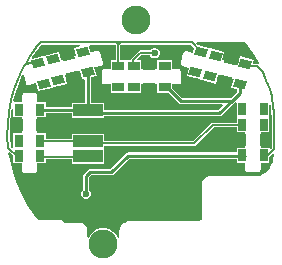
<source format=gtl>
G04*
G04 #@! TF.GenerationSoftware,Altium Limited,Altium Designer,23.0.1 (38)*
G04*
G04 Layer_Physical_Order=1*
G04 Layer_Color=255*
%FSLAX25Y25*%
%MOIN*%
G70*
G04*
G04 #@! TF.SameCoordinates,C8DA3EBC-D80D-4B36-BEA7-CCC05AEA56C0*
G04*
G04*
G04 #@! TF.FilePolarity,Positive*
G04*
G01*
G75*
%ADD22C,0.00500*%
%ADD23R,0.09843X0.03937*%
%ADD24C,0.01000*%
%ADD25R,0.02756X0.03937*%
%ADD26R,0.02756X0.03937*%
G04:AMPARAMS|DCode=27|XSize=27.56mil|YSize=39.37mil|CornerRadius=0mil|HoleSize=0mil|Usage=FLASHONLY|Rotation=255.000|XOffset=0mil|YOffset=0mil|HoleType=Round|Shape=Rectangle|*
%AMROTATEDRECTD27*
4,1,4,-0.01545,0.01841,0.02258,0.00822,0.01545,-0.01841,-0.02258,-0.00822,-0.01545,0.01841,0.0*
%
%ADD27ROTATEDRECTD27*%

G04:AMPARAMS|DCode=28|XSize=27.56mil|YSize=39.37mil|CornerRadius=0mil|HoleSize=0mil|Usage=FLASHONLY|Rotation=255.000|XOffset=0mil|YOffset=0mil|HoleType=Round|Shape=Rectangle|*
%AMROTATEDRECTD28*
4,1,4,-0.01545,0.01841,0.02258,0.00822,0.01545,-0.01841,-0.02258,-0.00822,-0.01545,0.01841,0.0*
%
%ADD28ROTATEDRECTD28*%

%ADD29R,0.03937X0.02756*%
%ADD30R,0.03937X0.02756*%
G04:AMPARAMS|DCode=31|XSize=27.56mil|YSize=39.37mil|CornerRadius=0mil|HoleSize=0mil|Usage=FLASHONLY|Rotation=285.000|XOffset=0mil|YOffset=0mil|HoleType=Round|Shape=Rectangle|*
%AMROTATEDRECTD31*
4,1,4,-0.02258,0.00822,0.01545,0.01841,0.02258,-0.00822,-0.01545,-0.01841,-0.02258,0.00822,0.0*
%
%ADD31ROTATEDRECTD31*%

G04:AMPARAMS|DCode=32|XSize=27.56mil|YSize=39.37mil|CornerRadius=0mil|HoleSize=0mil|Usage=FLASHONLY|Rotation=285.000|XOffset=0mil|YOffset=0mil|HoleType=Round|Shape=Rectangle|*
%AMROTATEDRECTD32*
4,1,4,-0.02258,0.00822,0.01545,0.01841,0.02258,-0.00822,-0.01545,-0.01841,-0.02258,0.00822,0.0*
%
%ADD32ROTATEDRECTD32*%

%ADD33C,0.09600*%
%ADD34C,0.02362*%
G36*
X362039Y209894D02*
X361612Y208298D01*
X359395Y208892D01*
X359395Y208892D01*
X359082Y208912D01*
X358785Y208811D01*
X358550Y208605D01*
X358411Y208324D01*
X357494Y204901D01*
X357494Y204901D01*
X357474Y204589D01*
X357574Y204292D01*
X357781Y204057D01*
X358062Y203918D01*
X360279Y203324D01*
X359542Y200574D01*
X364003Y199379D01*
X364311Y199296D01*
Y199296D01*
X364486Y199250D01*
X364486Y199250D01*
X369255Y197972D01*
X369991Y200722D01*
X375111Y199350D01*
X374375Y196600D01*
X376225Y196104D01*
Y195243D01*
X374202Y193220D01*
X358027D01*
X354588Y196659D01*
Y197669D01*
X356842D01*
X357150Y197730D01*
X357410Y197904D01*
X357584Y198164D01*
X357645Y198472D01*
Y202015D01*
X357584Y202322D01*
X357410Y202583D01*
X357150Y202757D01*
X356842Y202818D01*
X354587D01*
Y205684D01*
X349650D01*
Y202818D01*
X344350D01*
Y205684D01*
X343219D01*
X343028Y206146D01*
X344417Y207535D01*
X347201D01*
X347375Y207117D01*
X347848Y206644D01*
X348466Y206388D01*
X349134D01*
X349752Y206644D01*
X350225Y207117D01*
X350481Y207734D01*
Y208403D01*
X350225Y209021D01*
X349752Y209494D01*
X349134Y209750D01*
X348466D01*
X347848Y209494D01*
X347418Y209065D01*
X344100D01*
X343807Y209007D01*
X343559Y208841D01*
X341159Y206441D01*
X340993Y206193D01*
X340935Y205900D01*
Y205684D01*
X339413D01*
Y205684D01*
X339232D01*
Y205684D01*
X337307D01*
Y210662D01*
X337567Y210922D01*
X361012D01*
X362039Y209894D01*
D02*
G37*
G36*
X324121Y210415D02*
X321917Y209824D01*
X322659Y207056D01*
X317540Y205684D01*
X316798Y208453D01*
X312030Y207175D01*
X312030Y207175D01*
X311855Y207128D01*
X311855Y207128D01*
X311547Y207046D01*
X308104Y206123D01*
X307802Y206522D01*
X307936Y206747D01*
X310247Y209965D01*
X311059Y210911D01*
X324056D01*
X324121Y210415D01*
D02*
G37*
G36*
X380077Y210441D02*
X382340Y207138D01*
X383721Y204699D01*
X383345Y204350D01*
X383237Y204422D01*
X382944Y204480D01*
X382006D01*
X381702Y204876D01*
X381953Y205815D01*
X377185Y207092D01*
X376443Y204324D01*
X371324Y205695D01*
X372066Y208464D01*
X367297Y209742D01*
Y209742D01*
X366814Y209871D01*
X363278Y210819D01*
X362610Y211487D01*
X362801Y211949D01*
X378841Y211949D01*
X380077Y210441D01*
D02*
G37*
G36*
X324730Y199333D02*
X325059Y199421D01*
X325455Y199117D01*
Y191505D01*
X321179D01*
Y190138D01*
X312578D01*
Y191688D01*
X309731D01*
Y193942D01*
X309670Y194250D01*
X309496Y194510D01*
X309236Y194684D01*
X308928Y194745D01*
X305385D01*
X305078Y194684D01*
X304817Y194510D01*
X304643Y194250D01*
X304582Y193942D01*
Y191687D01*
X302121D01*
X301706Y192183D01*
X301720Y192253D01*
X302794Y196066D01*
X304196Y199771D01*
X304706Y200830D01*
X305237Y200780D01*
X305960Y198082D01*
X306099Y197801D01*
X306334Y197594D01*
X306631Y197494D01*
X306943Y197514D01*
X309160Y198108D01*
X309897Y195358D01*
X314666Y196636D01*
Y196636D01*
X314841Y196683D01*
X315149Y196765D01*
X319610Y197961D01*
X318873Y200711D01*
X323993Y202082D01*
X324730Y199333D01*
D02*
G37*
G36*
X335778Y210679D02*
Y205684D01*
X334295D01*
Y202818D01*
X332000D01*
X331693Y202757D01*
X331432Y202583D01*
X331258Y202322D01*
X331197Y202015D01*
Y198472D01*
X331258Y198164D01*
X331432Y197904D01*
X331693Y197730D01*
X332000Y197669D01*
X334295D01*
Y194822D01*
X339232D01*
Y194822D01*
X339413D01*
Y194822D01*
X344350D01*
Y197669D01*
X349651D01*
Y194822D01*
X353541D01*
X356884Y191479D01*
X357214Y191258D01*
X357605Y191180D01*
X371385D01*
X371576Y190718D01*
X370012Y189154D01*
X332021D01*
Y191505D01*
X327495D01*
Y200074D01*
X329498Y200610D01*
X328762Y203360D01*
X330939Y203944D01*
X330939D01*
X331220Y204082D01*
X331427Y204318D01*
X331527Y204614D01*
X331507Y204927D01*
X330590Y208350D01*
X330451Y208630D01*
X330216Y208837D01*
X329919Y208938D01*
X329607Y208917D01*
X329607Y208917D01*
X327428Y208333D01*
X326843Y210514D01*
X327148Y210911D01*
X335546D01*
X335778Y210679D01*
D02*
G37*
G36*
X376122Y191549D02*
Y186950D01*
X376122D01*
Y186768D01*
X376122D01*
Y184967D01*
X368202D01*
X367910Y184909D01*
X367662Y184743D01*
X361683Y178765D01*
X332021D01*
Y181269D01*
X321179D01*
Y179647D01*
X312578D01*
Y181450D01*
X309731D01*
Y186751D01*
X312578D01*
Y188099D01*
X321179D01*
Y186568D01*
X332021D01*
Y187114D01*
X370434D01*
X370824Y187192D01*
X371155Y187413D01*
X374996Y191254D01*
X375015Y191258D01*
X375345Y191479D01*
X375622Y191756D01*
X376122Y191549D01*
D02*
G37*
G36*
X301716Y189554D02*
Y186750D01*
X304582D01*
Y181450D01*
X301716D01*
Y176649D01*
X301277Y176366D01*
X300797Y176774D01*
X300527Y180459D01*
X300582Y184420D01*
X300980Y188362D01*
X301216Y189601D01*
X301716Y189554D01*
D02*
G37*
G36*
X387602Y189873D02*
X387684Y188663D01*
X387688Y188479D01*
X387643Y187977D01*
X387708Y187641D01*
X387739Y187505D01*
X387742Y187492D01*
X387767Y187367D01*
X387772Y187359D01*
X387774Y187350D01*
X387781Y187340D01*
X387810Y187113D01*
X387940Y185593D01*
X388002Y184109D01*
Y182544D01*
X387989Y182244D01*
X387967Y182133D01*
Y181274D01*
X387990Y181157D01*
X388006Y180823D01*
Y179099D01*
X387946Y177618D01*
X387862Y176614D01*
X387446Y176198D01*
X386984Y176390D01*
Y176532D01*
X384118D01*
Y181832D01*
X386984D01*
Y186768D01*
X386984D01*
Y186950D01*
X386984D01*
Y190905D01*
X387484Y190932D01*
X387602Y189873D01*
D02*
G37*
G36*
X376122Y181832D02*
X378969D01*
Y176531D01*
X376122D01*
Y175002D01*
X339982D01*
X339592Y174924D01*
X339261Y174703D01*
X333978Y169420D01*
X327300D01*
X326910Y169342D01*
X326579Y169121D01*
X325179Y167721D01*
X324958Y167390D01*
X324880Y167000D01*
Y162658D01*
X324475Y162252D01*
X324219Y161634D01*
Y160966D01*
X324475Y160348D01*
X324948Y159875D01*
X325566Y159619D01*
X326234D01*
X326852Y159875D01*
X327325Y160348D01*
X327581Y160966D01*
Y161634D01*
X327325Y162252D01*
X326920Y162658D01*
Y166578D01*
X327722Y167380D01*
X334400D01*
X334790Y167458D01*
X335121Y167679D01*
X340404Y172962D01*
X376122D01*
Y171594D01*
X378969D01*
Y169339D01*
X379030Y169032D01*
X379204Y168772D01*
X379464Y168598D01*
X379772Y168536D01*
X383315D01*
X383622Y168598D01*
X383883Y168772D01*
X384057Y169032D01*
X384118Y169339D01*
Y171595D01*
X386984D01*
Y173573D01*
X388173Y174762D01*
X388349Y174726D01*
X388651Y174533D01*
X388565Y173853D01*
X388428Y173052D01*
X388257Y172257D01*
X388154Y171864D01*
X388154Y171863D01*
X388153Y171863D01*
X388050Y171466D01*
X387745Y170704D01*
X387349Y169986D01*
X386866Y169322D01*
X386304Y168724D01*
X385672Y168201D01*
X384980Y167760D01*
X384239Y167408D01*
X383971Y167320D01*
X378051Y167320D01*
X367683D01*
X367642Y167312D01*
X367600Y167316D01*
X367156Y167270D01*
X367044Y167235D01*
X366929Y167212D01*
X366108Y166870D01*
X365980Y166783D01*
X365850Y166697D01*
X365221Y166068D01*
X365134Y165937D01*
X365047Y165809D01*
X364705Y164988D01*
X364682Y164873D01*
X364647Y164761D01*
X364601Y164317D01*
X364605Y164275D01*
X364597Y164235D01*
X364597Y161926D01*
Y153900D01*
X364611Y153831D01*
X364609Y153761D01*
X364660Y153472D01*
X364536Y152902D01*
X364203Y152424D01*
X363713Y152110D01*
X363497Y152071D01*
X340247D01*
X340202Y152062D01*
X340157Y152066D01*
X339693Y152013D01*
X339584Y151978D01*
X339473Y151955D01*
X338621Y151597D01*
X338493Y151511D01*
X338365Y151425D01*
X337712Y150773D01*
X337626Y150645D01*
X337540Y150517D01*
X337181Y149666D01*
X337157Y149552D01*
X337122Y149442D01*
X337072Y148980D01*
X337075Y148936D01*
X337067Y148893D01*
Y146734D01*
X336567Y146600D01*
X335953Y147663D01*
X334963Y148653D01*
X333752Y149353D01*
X332400Y149715D01*
X331000D01*
X329648Y149353D01*
X328436Y148653D01*
X327447Y147663D01*
X326862Y146651D01*
X326362Y146785D01*
X326362Y148991D01*
X326348Y149062D01*
X326349Y149134D01*
X326280Y149519D01*
X326238Y149625D01*
X326208Y149734D01*
X325860Y150434D01*
X325756Y150568D01*
X325668Y150682D01*
X325668Y150682D01*
X325668Y150682D01*
X325078Y151195D01*
X324953Y151267D01*
X324806Y151350D01*
X324065Y151599D01*
X323948Y151614D01*
X323833Y151640D01*
X323441Y151652D01*
X323429Y151649D01*
X323417Y151652D01*
X318700Y151651D01*
X318640Y151651D01*
X318528Y151691D01*
X318436Y151765D01*
X318373Y151866D01*
X318360Y151924D01*
X318332Y151987D01*
X318318Y152056D01*
X318269Y152129D01*
X318233Y152210D01*
X318183Y152258D01*
X318144Y152316D01*
X318070Y152365D01*
X318006Y152426D01*
X317941Y152452D01*
X317883Y152490D01*
X317797Y152507D01*
X317714Y152539D01*
X317645Y152538D01*
X317576Y152551D01*
X309873Y152551D01*
X308683Y154057D01*
X306410Y157413D01*
X304440Y160950D01*
X302785Y164645D01*
X301458Y168470D01*
X300467Y172395D01*
X300086Y174755D01*
X300522Y175000D01*
X301716Y173983D01*
Y171395D01*
X304582D01*
Y169100D01*
X304643Y168793D01*
X304817Y168532D01*
X305078Y168358D01*
X305385Y168297D01*
X308928D01*
X309236Y168358D01*
X309496Y168532D01*
X309670Y168793D01*
X309731Y169100D01*
Y171395D01*
X312578D01*
Y172699D01*
X321179D01*
Y171213D01*
X332021D01*
Y176150D01*
X332021D01*
Y176331D01*
X332021D01*
Y177235D01*
X362000D01*
X362293Y177294D01*
X362541Y177459D01*
X368519Y183438D01*
X376122D01*
Y181832D01*
D02*
G37*
D22*
X310584Y211529D02*
X310584Y211529D01*
X300187Y176291D02*
X300188Y176291D01*
X388465Y187997D02*
Y187997D01*
X305512Y204161D02*
X305784Y204620D01*
X305239Y203702D02*
X305512Y204161D01*
X305784Y204620D02*
X306123Y205191D01*
X305784Y204620D02*
X306583D01*
X305784D02*
X305784D01*
X306583D02*
X306638Y204675D01*
X306123Y205191D02*
X306638Y204675D01*
X306948D01*
X309956D01*
X304362Y201879D02*
Y201881D01*
X303493Y200073D02*
X304350Y201854D01*
X304362Y201881D02*
X305239Y203702D01*
X304350Y201854D02*
X304362Y201879D01*
X306123Y205191D02*
X307296Y207166D01*
X310584Y211529D02*
X310731Y211676D01*
X310571Y211516D02*
X310584Y211529D01*
X310261Y173764D02*
X310561Y173464D01*
X323100D01*
X300188Y176291D02*
X300202Y176277D01*
X300056Y176423D02*
X300187Y176291D01*
X308136Y208336D02*
X309645Y210438D01*
X307296Y207166D02*
X308136Y208336D01*
X310731Y211676D02*
X335863D01*
X309462Y205170D02*
X309956Y204675D01*
X309645Y210438D02*
X310571Y211516D01*
X335863Y211686D02*
X336500D01*
X337223Y211659D02*
X337239D01*
X336543Y210979D02*
X337223Y211659D01*
X336500Y211686D02*
X361329D01*
X336543Y210996D02*
Y211644D01*
Y210979D02*
Y210996D01*
X335863Y211676D02*
X336543Y210996D01*
Y203992D02*
Y210979D01*
X336500Y211686D02*
X336543Y211644D01*
X361329Y211686D02*
X364080Y208935D01*
X388464Y188021D02*
X388465Y187997D01*
X341700Y203906D02*
Y205900D01*
Y203906D02*
X341800Y203806D01*
X322800Y178882D02*
X323682Y178000D01*
X310462Y178882D02*
X322800D01*
X368202Y184202D02*
X378854D01*
X388364Y189941D02*
X388448Y188698D01*
X388226Y191180D02*
X388364Y189941D01*
X388035Y192411D02*
X388226Y191180D01*
X387913Y193022D02*
X388035Y192411D01*
X388516Y187617D02*
X388534Y187476D01*
X387473Y194929D02*
X387785Y193662D01*
X388465Y187997D02*
X388473Y187660D01*
X387106Y196182D02*
X387473Y194929D01*
X386685Y197418D02*
X387106Y196182D01*
X386527Y197823D02*
X386685Y197418D01*
X387785Y193662D02*
X387913Y193022D01*
X386517Y197833D02*
X386527Y197823D01*
X388463Y188033D02*
Y188087D01*
Y188033D02*
X388464Y188021D01*
X386443Y198039D02*
X386517Y197833D01*
X386378Y198207D02*
Y198222D01*
Y198207D02*
X386443Y198039D01*
X385765Y199926D02*
X386378Y198222D01*
X384945Y201714D02*
X385765Y199926D01*
X382944Y203715D02*
X384882Y201778D01*
X384945Y201714D01*
X388448Y188698D02*
X388463Y188087D01*
X388473Y187660D02*
X388516Y187617D01*
X388710Y177581D02*
X388770Y179084D01*
X386311Y173982D02*
X388601Y176272D01*
X388709Y177570D01*
X388710Y177581D01*
X385331Y173982D02*
X386311D01*
X388770Y179084D02*
Y180841D01*
X388751Y181254D02*
X388770Y180841D01*
X388732Y181274D02*
Y182133D01*
X388751Y182152D01*
X388767Y182527D01*
Y184125D01*
X388703Y185640D02*
X388767Y184125D01*
X388702Y185653D02*
X388703Y185640D01*
X388571Y187195D02*
X388702Y185653D01*
X388732Y181274D02*
X388751Y181254D01*
X388534Y187476D02*
X388571Y187195D01*
X381030Y203715D02*
X382944D01*
X379784Y204961D02*
X381030Y203715D01*
X300202Y176277D02*
X303085Y173822D01*
X303225Y173703D02*
X303409Y173702D01*
X303085Y173822D02*
X303225Y173703D01*
X323682Y178000D02*
X362000D01*
X368202Y184202D01*
X371300Y195100D02*
X371323Y195077D01*
X371583D01*
X353300Y182600D02*
X353400D01*
X344100Y208300D02*
X348569D01*
X348800Y208069D01*
X341700Y205900D02*
X344100Y208300D01*
X321187Y197913D02*
X321500Y197600D01*
X320987Y199731D02*
X321187Y199531D01*
Y197913D02*
Y199531D01*
X299762Y180433D02*
X300042Y176608D01*
X300056Y176423D01*
X299817Y184464D02*
X300223Y188472D01*
X302067Y196306D02*
X303493Y200073D01*
X299762Y180433D02*
Y180455D01*
X300975Y192429D02*
X302067Y196306D01*
X300223Y188472D02*
X300975Y192429D01*
X299762Y180455D02*
X299817Y184464D01*
D23*
X326600Y173682D02*
D03*
Y178800D02*
D03*
Y183918D02*
D03*
Y189036D02*
D03*
D24*
X323784Y188134D02*
X370434D01*
X326475Y201633D02*
X326628Y201785D01*
X326475Y189161D02*
X326600Y189036D01*
X326475Y189161D02*
Y201633D01*
X318800Y183900D02*
X318900D01*
X374500Y192200D02*
X374624D01*
X357605D02*
X374500D01*
X339982Y173982D02*
X378937D01*
X334400Y168400D02*
X339982Y173982D01*
X327300Y168400D02*
X334400D01*
X325900Y167000D02*
X327300Y168400D01*
X325900Y161300D02*
Y167000D01*
X370434Y188134D02*
X374500Y192200D01*
X377245Y194820D02*
Y197775D01*
X374624Y192200D02*
X377245Y194820D01*
X352873Y196932D02*
X357605Y192200D01*
X323100Y188818D02*
X323784Y188134D01*
X312037Y189118D02*
X323100D01*
D25*
X378000Y174063D02*
D03*
Y179182D02*
D03*
X310700Y189219D02*
D03*
Y184100D02*
D03*
D26*
X385106Y189418D02*
D03*
X378000Y184300D02*
D03*
X385106D02*
D03*
Y179182D02*
D03*
Y174064D02*
D03*
X378000Y189418D02*
D03*
X303594Y173864D02*
D03*
X310700Y178982D02*
D03*
X303594D02*
D03*
Y184100D02*
D03*
Y189218D02*
D03*
X310700Y173864D02*
D03*
D27*
X377245Y197775D02*
D03*
X372300Y199100D02*
D03*
D28*
X364252Y208613D02*
D03*
X367356Y200425D02*
D03*
X369196Y207289D02*
D03*
X374139Y205964D02*
D03*
X379083Y204640D02*
D03*
X362413Y201749D02*
D03*
D29*
X352119Y196700D02*
D03*
X347000D02*
D03*
D30*
X336764Y203806D02*
D03*
X341882Y196700D02*
D03*
Y203806D02*
D03*
X347000D02*
D03*
X352118D02*
D03*
X336764Y196700D02*
D03*
D31*
X326628Y201785D02*
D03*
X321683Y200461D02*
D03*
D32*
X309956Y204675D02*
D03*
X316739Y199136D02*
D03*
X314900Y206000D02*
D03*
X319844Y207325D02*
D03*
X324787Y208649D02*
D03*
X311795Y197811D02*
D03*
D33*
X342500Y219000D02*
D03*
X331700Y144400D02*
D03*
D34*
X311200Y208900D02*
D03*
X318900Y183900D02*
D03*
X330200Y195000D02*
D03*
X359300Y195600D02*
D03*
X353300Y162600D02*
D03*
X306800Y162900D02*
D03*
X368700Y178500D02*
D03*
X353400Y182600D02*
D03*
X348800Y208069D02*
D03*
X325900Y161300D02*
D03*
M02*

</source>
